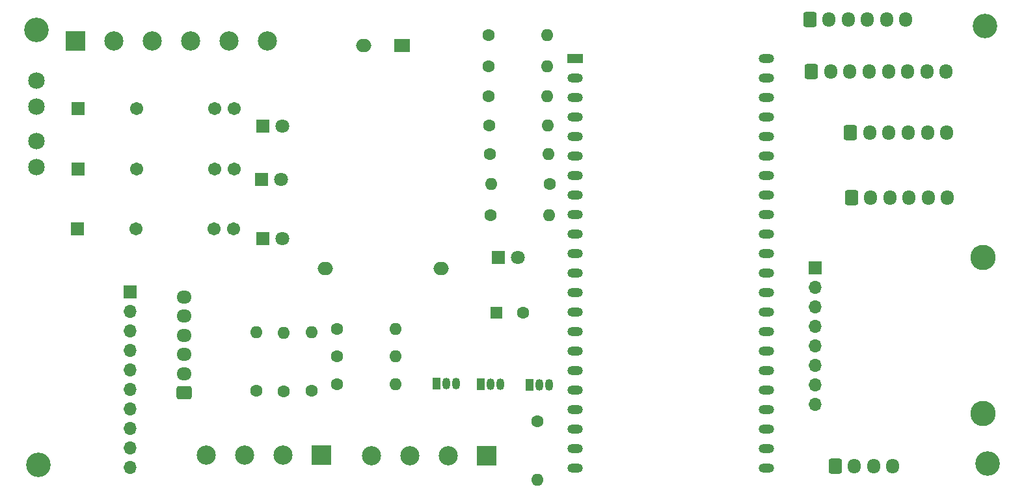
<source format=gbr>
%TF.GenerationSoftware,KiCad,Pcbnew,8.0.8*%
%TF.CreationDate,2026-01-05T18:13:39-07:00*%
%TF.ProjectId,Traeger rev 2.3.0.kicad_pro,54726165-6765-4722-9072-657620322e33,rev?*%
%TF.SameCoordinates,Original*%
%TF.FileFunction,Soldermask,Top*%
%TF.FilePolarity,Negative*%
%FSLAX46Y46*%
G04 Gerber Fmt 4.6, Leading zero omitted, Abs format (unit mm)*
G04 Created by KiCad (PCBNEW 8.0.8) date 2026-01-05 18:13:39*
%MOMM*%
%LPD*%
G01*
G04 APERTURE LIST*
G04 Aperture macros list*
%AMRoundRect*
0 Rectangle with rounded corners*
0 $1 Rounding radius*
0 $2 $3 $4 $5 $6 $7 $8 $9 X,Y pos of 4 corners*
0 Add a 4 corners polygon primitive as box body*
4,1,4,$2,$3,$4,$5,$6,$7,$8,$9,$2,$3,0*
0 Add four circle primitives for the rounded corners*
1,1,$1+$1,$2,$3*
1,1,$1+$1,$4,$5*
1,1,$1+$1,$6,$7*
1,1,$1+$1,$8,$9*
0 Add four rect primitives between the rounded corners*
20,1,$1+$1,$2,$3,$4,$5,0*
20,1,$1+$1,$4,$5,$6,$7,0*
20,1,$1+$1,$6,$7,$8,$9,0*
20,1,$1+$1,$8,$9,$2,$3,0*%
G04 Aperture macros list end*
%ADD10C,1.600000*%
%ADD11O,1.600000X1.600000*%
%ADD12C,3.200000*%
%ADD13C,2.159000*%
%ADD14R,1.800000X1.800000*%
%ADD15C,1.800000*%
%ADD16R,2.500000X2.500000*%
%ADD17C,2.500000*%
%ADD18R,2.000000X1.200000*%
%ADD19O,2.000000X1.200000*%
%ADD20RoundRect,0.250000X0.725000X-0.600000X0.725000X0.600000X-0.725000X0.600000X-0.725000X-0.600000X0*%
%ADD21O,1.950000X1.700000*%
%ADD22RoundRect,0.250000X-0.600000X-0.725000X0.600000X-0.725000X0.600000X0.725000X-0.600000X0.725000X0*%
%ADD23O,1.700000X1.950000*%
%ADD24R,1.700000X1.700000*%
%ADD25O,1.700000X1.700000*%
%ADD26RoundRect,0.102000X-0.754000X-0.754000X0.754000X-0.754000X0.754000X0.754000X-0.754000X0.754000X0*%
%ADD27C,1.712000*%
%ADD28C,3.301600*%
%ADD29R,1.050000X1.500000*%
%ADD30O,1.050000X1.500000*%
%ADD31R,2.000000X1.700000*%
%ADD32O,2.000000X1.700000*%
%ADD33R,1.600000X1.600000*%
G04 APERTURE END LIST*
D10*
%TO.C,R6*%
X171680000Y-63690000D03*
D11*
X179300000Y-63690000D03*
%TD*%
D12*
%TO.C,H2*%
X113120000Y-111640000D03*
%TD*%
D13*
%TO.C,F1*%
X112810000Y-61658000D03*
X112810000Y-65064001D03*
X112810000Y-69534002D03*
X112810000Y-72940004D03*
%TD*%
D14*
%TO.C,D7*%
X142260000Y-82250000D03*
D15*
X144800000Y-82250000D03*
%TD*%
D14*
%TO.C,D1*%
X142280000Y-67570000D03*
D15*
X144820000Y-67570000D03*
%TD*%
D10*
%TO.C,R23*%
X179630000Y-75120000D03*
D11*
X172010000Y-75120000D03*
%TD*%
D16*
%TO.C,J7*%
X149910000Y-110440000D03*
D17*
X144910000Y-110440000D03*
X139910000Y-110440000D03*
X134910000Y-110440000D03*
%TD*%
D18*
%TO.C,U1*%
X182930000Y-58740000D03*
D19*
X182930000Y-61280000D03*
X182930000Y-63820000D03*
X182930000Y-66360000D03*
X182930000Y-68900000D03*
X182930000Y-71440000D03*
X182930000Y-73980000D03*
X182930000Y-76520000D03*
X182930000Y-79060000D03*
X182930000Y-81600000D03*
X182930000Y-84140000D03*
X182930000Y-86680000D03*
X182930000Y-89220000D03*
X182930000Y-91760000D03*
X182930000Y-94300000D03*
X182930000Y-96840000D03*
X182930000Y-99380000D03*
X182930000Y-101920000D03*
X182930000Y-104460000D03*
X182926320Y-106997280D03*
X182926320Y-109537280D03*
X182926320Y-112077280D03*
X207830000Y-112070000D03*
X207830000Y-109530000D03*
X207830000Y-106990000D03*
X207830000Y-104450000D03*
X207830000Y-101910000D03*
X207830000Y-99370000D03*
X207830000Y-96830000D03*
X207830000Y-94290000D03*
X207830000Y-91750000D03*
X207830000Y-89210000D03*
X207830000Y-86670000D03*
X207830000Y-84130000D03*
X207830000Y-81590000D03*
X207830000Y-79050000D03*
X207830000Y-76510000D03*
X207830000Y-73970000D03*
X207830000Y-71430000D03*
X207830000Y-68890000D03*
X207830000Y-66350000D03*
X207830000Y-63810000D03*
X207830000Y-61270000D03*
X207830000Y-58730000D03*
%TD*%
D10*
%TO.C,R16*%
X151930000Y-97565000D03*
D11*
X159550000Y-97565000D03*
%TD*%
D20*
%TO.C,J5*%
X132090000Y-102300000D03*
D21*
X132090000Y-99800000D03*
X132090000Y-97300000D03*
X132090000Y-94800000D03*
X132090000Y-92300000D03*
X132090000Y-89800000D03*
%TD*%
D22*
%TO.C,J1*%
X218790000Y-68430000D03*
D23*
X221290000Y-68430000D03*
X223790000Y-68430000D03*
X226290000Y-68430000D03*
X228790000Y-68430000D03*
X231290000Y-68430000D03*
%TD*%
D24*
%TO.C,J6*%
X125020000Y-89180000D03*
D25*
X125020000Y-91720000D03*
X125020000Y-94260000D03*
X125020000Y-96800000D03*
X125020000Y-99340000D03*
X125020000Y-101880000D03*
X125020000Y-104420000D03*
X125020000Y-106960000D03*
X125020000Y-109500000D03*
X125020000Y-112040000D03*
%TD*%
D26*
%TO.C,K6*%
X118180000Y-80960000D03*
D27*
X125800000Y-80960000D03*
X135960000Y-80960000D03*
X138500000Y-80960000D03*
%TD*%
D28*
%TO.C,U$19*%
X236020000Y-105020100D03*
%TD*%
D10*
%TO.C,R4*%
X141430000Y-102050000D03*
D11*
X141430000Y-94430000D03*
%TD*%
D10*
%TO.C,R7*%
X145020000Y-102090000D03*
D11*
X145020000Y-94470000D03*
%TD*%
D29*
%TO.C,Q6*%
X170627000Y-101220000D03*
D30*
X171897000Y-101220000D03*
X173167000Y-101220000D03*
%TD*%
D16*
%TO.C,J9*%
X117880000Y-56490000D03*
D17*
X122880000Y-56490000D03*
X127880000Y-56490000D03*
X132880000Y-56490000D03*
X137880000Y-56490000D03*
X142880000Y-56490000D03*
%TD*%
D28*
%TO.C,U$18*%
X236020000Y-84700100D03*
%TD*%
D26*
%TO.C,K3*%
X118290000Y-73120000D03*
D27*
X125910000Y-73120000D03*
X136070000Y-73120000D03*
X138610000Y-73120000D03*
%TD*%
D26*
%TO.C,K1*%
X118240000Y-65310000D03*
D27*
X125860000Y-65310000D03*
X136020000Y-65310000D03*
X138560000Y-65310000D03*
%TD*%
D16*
%TO.C,J8*%
X171410000Y-110500000D03*
D17*
X166410000Y-110500000D03*
X161410000Y-110500000D03*
X156410000Y-110500000D03*
%TD*%
D10*
%TO.C,R2*%
X171700000Y-55740000D03*
D11*
X179320000Y-55740000D03*
%TD*%
D22*
%TO.C,Touch1*%
X213480000Y-53640000D03*
D23*
X215980000Y-53640000D03*
X218480000Y-53640000D03*
X220980000Y-53640000D03*
X223480000Y-53640000D03*
X225980000Y-53640000D03*
%TD*%
D14*
%TO.C,D2*%
X142150000Y-74550000D03*
D15*
X144690000Y-74550000D03*
%TD*%
D10*
%TO.C,R21*%
X151930000Y-101155000D03*
D11*
X159550000Y-101155000D03*
%TD*%
D10*
%TO.C,R3*%
X171700000Y-59790000D03*
D11*
X179320000Y-59790000D03*
%TD*%
D29*
%TO.C,Q2*%
X177017000Y-101260000D03*
D30*
X178287000Y-101260000D03*
X179557000Y-101260000D03*
%TD*%
D24*
%TO.C,J3*%
X214220000Y-86030000D03*
D25*
X214220000Y-88570000D03*
X214220000Y-91110000D03*
X214220000Y-93650000D03*
X214220000Y-96190000D03*
X214220000Y-98730000D03*
X214220000Y-101270000D03*
X214220000Y-103810000D03*
%TD*%
D31*
%TO.C,PS1*%
X160460000Y-57060000D03*
D32*
X155460000Y-57060000D03*
X165460000Y-86140000D03*
X150460000Y-86140000D03*
%TD*%
D29*
%TO.C,Q1*%
X164887000Y-101110000D03*
D30*
X166157000Y-101110000D03*
X167427000Y-101110000D03*
%TD*%
D10*
%TO.C,R8*%
X178010000Y-106030000D03*
D11*
X178010000Y-113650000D03*
%TD*%
D12*
%TO.C,H1*%
X112870000Y-55050000D03*
%TD*%
D14*
%TO.C,D9*%
X172920000Y-84680000D03*
D15*
X175460000Y-84680000D03*
%TD*%
D10*
%TO.C,R10*%
X171760000Y-67480000D03*
D11*
X179380000Y-67480000D03*
%TD*%
D10*
%TO.C,R13*%
X171880000Y-71170000D03*
D11*
X179500000Y-71170000D03*
%TD*%
D22*
%TO.C,Display1*%
X213710000Y-60480000D03*
D23*
X216210000Y-60480000D03*
X218710000Y-60480000D03*
X221210000Y-60480000D03*
X223710000Y-60480000D03*
X226210000Y-60480000D03*
X228710000Y-60480000D03*
X231210000Y-60480000D03*
%TD*%
D22*
%TO.C,J2*%
X216790000Y-111870000D03*
D23*
X219290000Y-111870000D03*
X221790000Y-111870000D03*
X224290000Y-111870000D03*
%TD*%
D10*
%TO.C,R15*%
X151930000Y-93975000D03*
D11*
X159550000Y-93975000D03*
%TD*%
D12*
%TO.C,H4*%
X236310000Y-54520000D03*
%TD*%
%TO.C,H3*%
X236640000Y-111530000D03*
%TD*%
D10*
%TO.C,R1*%
X171930000Y-79190000D03*
D11*
X179550000Y-79190000D03*
%TD*%
D10*
%TO.C,R5*%
X148610000Y-102060000D03*
D11*
X148610000Y-94440000D03*
%TD*%
D22*
%TO.C,J10*%
X218910000Y-76890000D03*
D23*
X221410000Y-76890000D03*
X223910000Y-76890000D03*
X226410000Y-76890000D03*
X228910000Y-76890000D03*
X231410000Y-76890000D03*
%TD*%
D33*
%TO.C,C1*%
X172657300Y-91870000D03*
D10*
X176157300Y-91870000D03*
%TD*%
M02*

</source>
